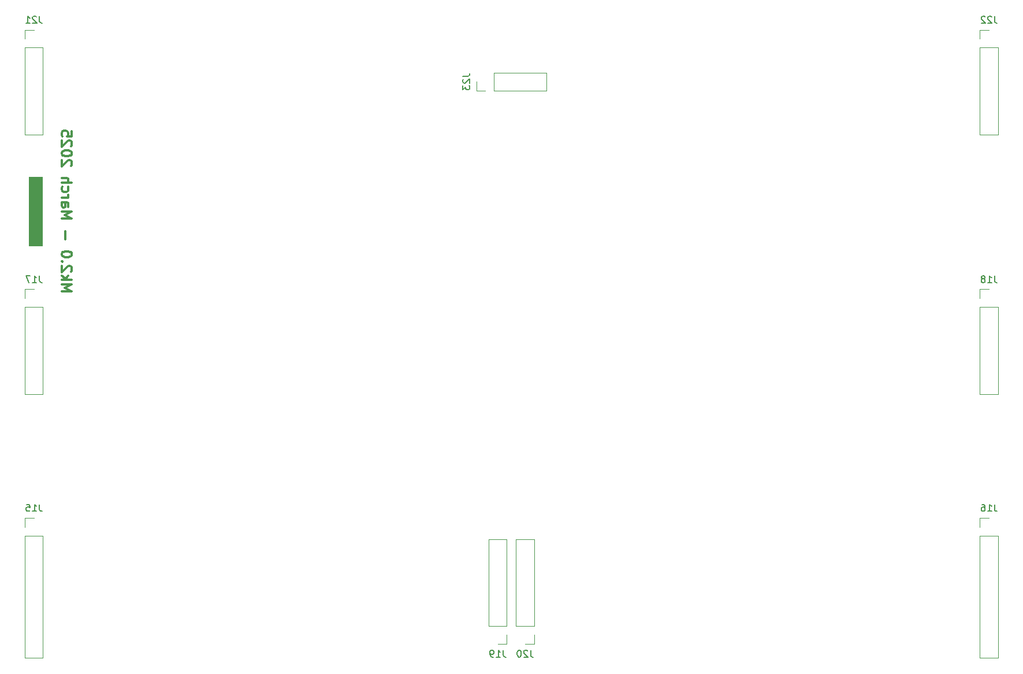
<source format=gbo>
%TF.GenerationSoftware,KiCad,Pcbnew,9.0.0*%
%TF.CreationDate,2025-03-15T21:37:14+01:00*%
%TF.ProjectId,DMH_Dual_VCF_Diode_Ladder_Mk2_PCB_2,444d485f-4475-4616-9c5f-5643465f4469,1*%
%TF.SameCoordinates,Original*%
%TF.FileFunction,Legend,Bot*%
%TF.FilePolarity,Positive*%
%FSLAX46Y46*%
G04 Gerber Fmt 4.6, Leading zero omitted, Abs format (unit mm)*
G04 Created by KiCad (PCBNEW 9.0.0) date 2025-03-15 21:37:14*
%MOMM*%
%LPD*%
G01*
G04 APERTURE LIST*
%ADD10C,0.100000*%
%ADD11C,0.300000*%
%ADD12C,0.150000*%
%ADD13C,0.120000*%
%ADD14O,1.600000X1.600000*%
%ADD15C,1.600000*%
%ADD16C,1.440000*%
%ADD17R,1.700000X1.700000*%
%ADD18O,1.700000X1.700000*%
%ADD19O,4.000000X4.200000*%
%ADD20C,1.800000*%
%ADD21R,1.800000X1.800000*%
%ADD22C,2.800000*%
%ADD23O,2.720000X3.240000*%
G04 APERTURE END LIST*
D10*
X29250000Y-76750000D02*
X31250000Y-76750000D01*
X31250000Y-86750000D01*
X29250000Y-86750000D01*
X29250000Y-76750000D01*
G36*
X29250000Y-76750000D02*
G01*
X31250000Y-76750000D01*
X31250000Y-86750000D01*
X29250000Y-86750000D01*
X29250000Y-76750000D01*
G37*
D11*
X34071671Y-93464284D02*
X35571671Y-93464284D01*
X35571671Y-93464284D02*
X34500242Y-92964284D01*
X34500242Y-92964284D02*
X35571671Y-92464284D01*
X35571671Y-92464284D02*
X34071671Y-92464284D01*
X34071671Y-91749998D02*
X35571671Y-91749998D01*
X34643100Y-91607141D02*
X34071671Y-91178569D01*
X35071671Y-91178569D02*
X34500242Y-91749998D01*
X35428814Y-90607140D02*
X35500242Y-90535712D01*
X35500242Y-90535712D02*
X35571671Y-90392855D01*
X35571671Y-90392855D02*
X35571671Y-90035712D01*
X35571671Y-90035712D02*
X35500242Y-89892855D01*
X35500242Y-89892855D02*
X35428814Y-89821426D01*
X35428814Y-89821426D02*
X35285957Y-89749997D01*
X35285957Y-89749997D02*
X35143100Y-89749997D01*
X35143100Y-89749997D02*
X34928814Y-89821426D01*
X34928814Y-89821426D02*
X34071671Y-90678569D01*
X34071671Y-90678569D02*
X34071671Y-89749997D01*
X34214528Y-89107141D02*
X34143100Y-89035712D01*
X34143100Y-89035712D02*
X34071671Y-89107141D01*
X34071671Y-89107141D02*
X34143100Y-89178569D01*
X34143100Y-89178569D02*
X34214528Y-89107141D01*
X34214528Y-89107141D02*
X34071671Y-89107141D01*
X35571671Y-88107140D02*
X35571671Y-87964283D01*
X35571671Y-87964283D02*
X35500242Y-87821426D01*
X35500242Y-87821426D02*
X35428814Y-87749998D01*
X35428814Y-87749998D02*
X35285957Y-87678569D01*
X35285957Y-87678569D02*
X35000242Y-87607140D01*
X35000242Y-87607140D02*
X34643100Y-87607140D01*
X34643100Y-87607140D02*
X34357385Y-87678569D01*
X34357385Y-87678569D02*
X34214528Y-87749998D01*
X34214528Y-87749998D02*
X34143100Y-87821426D01*
X34143100Y-87821426D02*
X34071671Y-87964283D01*
X34071671Y-87964283D02*
X34071671Y-88107140D01*
X34071671Y-88107140D02*
X34143100Y-88249998D01*
X34143100Y-88249998D02*
X34214528Y-88321426D01*
X34214528Y-88321426D02*
X34357385Y-88392855D01*
X34357385Y-88392855D02*
X34643100Y-88464283D01*
X34643100Y-88464283D02*
X35000242Y-88464283D01*
X35000242Y-88464283D02*
X35285957Y-88392855D01*
X35285957Y-88392855D02*
X35428814Y-88321426D01*
X35428814Y-88321426D02*
X35500242Y-88249998D01*
X35500242Y-88249998D02*
X35571671Y-88107140D01*
X34643100Y-85821427D02*
X34643100Y-84678570D01*
X34071671Y-82821427D02*
X35571671Y-82821427D01*
X35571671Y-82821427D02*
X34500242Y-82321427D01*
X34500242Y-82321427D02*
X35571671Y-81821427D01*
X35571671Y-81821427D02*
X34071671Y-81821427D01*
X34071671Y-80464284D02*
X34857385Y-80464284D01*
X34857385Y-80464284D02*
X35000242Y-80535712D01*
X35000242Y-80535712D02*
X35071671Y-80678569D01*
X35071671Y-80678569D02*
X35071671Y-80964284D01*
X35071671Y-80964284D02*
X35000242Y-81107141D01*
X34143100Y-80464284D02*
X34071671Y-80607141D01*
X34071671Y-80607141D02*
X34071671Y-80964284D01*
X34071671Y-80964284D02*
X34143100Y-81107141D01*
X34143100Y-81107141D02*
X34285957Y-81178569D01*
X34285957Y-81178569D02*
X34428814Y-81178569D01*
X34428814Y-81178569D02*
X34571671Y-81107141D01*
X34571671Y-81107141D02*
X34643100Y-80964284D01*
X34643100Y-80964284D02*
X34643100Y-80607141D01*
X34643100Y-80607141D02*
X34714528Y-80464284D01*
X34071671Y-79749998D02*
X35071671Y-79749998D01*
X34785957Y-79749998D02*
X34928814Y-79678569D01*
X34928814Y-79678569D02*
X35000242Y-79607141D01*
X35000242Y-79607141D02*
X35071671Y-79464283D01*
X35071671Y-79464283D02*
X35071671Y-79321426D01*
X34143100Y-78178570D02*
X34071671Y-78321427D01*
X34071671Y-78321427D02*
X34071671Y-78607141D01*
X34071671Y-78607141D02*
X34143100Y-78749998D01*
X34143100Y-78749998D02*
X34214528Y-78821427D01*
X34214528Y-78821427D02*
X34357385Y-78892855D01*
X34357385Y-78892855D02*
X34785957Y-78892855D01*
X34785957Y-78892855D02*
X34928814Y-78821427D01*
X34928814Y-78821427D02*
X35000242Y-78749998D01*
X35000242Y-78749998D02*
X35071671Y-78607141D01*
X35071671Y-78607141D02*
X35071671Y-78321427D01*
X35071671Y-78321427D02*
X35000242Y-78178570D01*
X34071671Y-77535713D02*
X35571671Y-77535713D01*
X34071671Y-76892856D02*
X34857385Y-76892856D01*
X34857385Y-76892856D02*
X35000242Y-76964284D01*
X35000242Y-76964284D02*
X35071671Y-77107141D01*
X35071671Y-77107141D02*
X35071671Y-77321427D01*
X35071671Y-77321427D02*
X35000242Y-77464284D01*
X35000242Y-77464284D02*
X34928814Y-77535713D01*
X35428814Y-75107141D02*
X35500242Y-75035713D01*
X35500242Y-75035713D02*
X35571671Y-74892856D01*
X35571671Y-74892856D02*
X35571671Y-74535713D01*
X35571671Y-74535713D02*
X35500242Y-74392856D01*
X35500242Y-74392856D02*
X35428814Y-74321427D01*
X35428814Y-74321427D02*
X35285957Y-74249998D01*
X35285957Y-74249998D02*
X35143100Y-74249998D01*
X35143100Y-74249998D02*
X34928814Y-74321427D01*
X34928814Y-74321427D02*
X34071671Y-75178570D01*
X34071671Y-75178570D02*
X34071671Y-74249998D01*
X35571671Y-73321427D02*
X35571671Y-73178570D01*
X35571671Y-73178570D02*
X35500242Y-73035713D01*
X35500242Y-73035713D02*
X35428814Y-72964285D01*
X35428814Y-72964285D02*
X35285957Y-72892856D01*
X35285957Y-72892856D02*
X35000242Y-72821427D01*
X35000242Y-72821427D02*
X34643100Y-72821427D01*
X34643100Y-72821427D02*
X34357385Y-72892856D01*
X34357385Y-72892856D02*
X34214528Y-72964285D01*
X34214528Y-72964285D02*
X34143100Y-73035713D01*
X34143100Y-73035713D02*
X34071671Y-73178570D01*
X34071671Y-73178570D02*
X34071671Y-73321427D01*
X34071671Y-73321427D02*
X34143100Y-73464285D01*
X34143100Y-73464285D02*
X34214528Y-73535713D01*
X34214528Y-73535713D02*
X34357385Y-73607142D01*
X34357385Y-73607142D02*
X34643100Y-73678570D01*
X34643100Y-73678570D02*
X35000242Y-73678570D01*
X35000242Y-73678570D02*
X35285957Y-73607142D01*
X35285957Y-73607142D02*
X35428814Y-73535713D01*
X35428814Y-73535713D02*
X35500242Y-73464285D01*
X35500242Y-73464285D02*
X35571671Y-73321427D01*
X35428814Y-72249999D02*
X35500242Y-72178571D01*
X35500242Y-72178571D02*
X35571671Y-72035714D01*
X35571671Y-72035714D02*
X35571671Y-71678571D01*
X35571671Y-71678571D02*
X35500242Y-71535714D01*
X35500242Y-71535714D02*
X35428814Y-71464285D01*
X35428814Y-71464285D02*
X35285957Y-71392856D01*
X35285957Y-71392856D02*
X35143100Y-71392856D01*
X35143100Y-71392856D02*
X34928814Y-71464285D01*
X34928814Y-71464285D02*
X34071671Y-72321428D01*
X34071671Y-72321428D02*
X34071671Y-71392856D01*
X35571671Y-70035714D02*
X35571671Y-70750000D01*
X35571671Y-70750000D02*
X34857385Y-70821428D01*
X34857385Y-70821428D02*
X34928814Y-70750000D01*
X34928814Y-70750000D02*
X35000242Y-70607143D01*
X35000242Y-70607143D02*
X35000242Y-70250000D01*
X35000242Y-70250000D02*
X34928814Y-70107143D01*
X34928814Y-70107143D02*
X34857385Y-70035714D01*
X34857385Y-70035714D02*
X34714528Y-69964285D01*
X34714528Y-69964285D02*
X34357385Y-69964285D01*
X34357385Y-69964285D02*
X34214528Y-70035714D01*
X34214528Y-70035714D02*
X34143100Y-70107143D01*
X34143100Y-70107143D02*
X34071671Y-70250000D01*
X34071671Y-70250000D02*
X34071671Y-70607143D01*
X34071671Y-70607143D02*
X34143100Y-70750000D01*
X34143100Y-70750000D02*
X34214528Y-70821428D01*
D12*
X102809523Y-146024819D02*
X102809523Y-146739104D01*
X102809523Y-146739104D02*
X102857142Y-146881961D01*
X102857142Y-146881961D02*
X102952380Y-146977200D01*
X102952380Y-146977200D02*
X103095237Y-147024819D01*
X103095237Y-147024819D02*
X103190475Y-147024819D01*
X102380951Y-146120057D02*
X102333332Y-146072438D01*
X102333332Y-146072438D02*
X102238094Y-146024819D01*
X102238094Y-146024819D02*
X101999999Y-146024819D01*
X101999999Y-146024819D02*
X101904761Y-146072438D01*
X101904761Y-146072438D02*
X101857142Y-146120057D01*
X101857142Y-146120057D02*
X101809523Y-146215295D01*
X101809523Y-146215295D02*
X101809523Y-146310533D01*
X101809523Y-146310533D02*
X101857142Y-146453390D01*
X101857142Y-146453390D02*
X102428570Y-147024819D01*
X102428570Y-147024819D02*
X101809523Y-147024819D01*
X101190475Y-146024819D02*
X101095237Y-146024819D01*
X101095237Y-146024819D02*
X100999999Y-146072438D01*
X100999999Y-146072438D02*
X100952380Y-146120057D01*
X100952380Y-146120057D02*
X100904761Y-146215295D01*
X100904761Y-146215295D02*
X100857142Y-146405771D01*
X100857142Y-146405771D02*
X100857142Y-146643866D01*
X100857142Y-146643866D02*
X100904761Y-146834342D01*
X100904761Y-146834342D02*
X100952380Y-146929580D01*
X100952380Y-146929580D02*
X100999999Y-146977200D01*
X100999999Y-146977200D02*
X101095237Y-147024819D01*
X101095237Y-147024819D02*
X101190475Y-147024819D01*
X101190475Y-147024819D02*
X101285713Y-146977200D01*
X101285713Y-146977200D02*
X101333332Y-146929580D01*
X101333332Y-146929580D02*
X101380951Y-146834342D01*
X101380951Y-146834342D02*
X101428570Y-146643866D01*
X101428570Y-146643866D02*
X101428570Y-146405771D01*
X101428570Y-146405771D02*
X101380951Y-146215295D01*
X101380951Y-146215295D02*
X101333332Y-146120057D01*
X101333332Y-146120057D02*
X101285713Y-146072438D01*
X101285713Y-146072438D02*
X101190475Y-146024819D01*
X98809523Y-146024819D02*
X98809523Y-146739104D01*
X98809523Y-146739104D02*
X98857142Y-146881961D01*
X98857142Y-146881961D02*
X98952380Y-146977200D01*
X98952380Y-146977200D02*
X99095237Y-147024819D01*
X99095237Y-147024819D02*
X99190475Y-147024819D01*
X97809523Y-147024819D02*
X98380951Y-147024819D01*
X98095237Y-147024819D02*
X98095237Y-146024819D01*
X98095237Y-146024819D02*
X98190475Y-146167676D01*
X98190475Y-146167676D02*
X98285713Y-146262914D01*
X98285713Y-146262914D02*
X98380951Y-146310533D01*
X97333332Y-147024819D02*
X97142856Y-147024819D01*
X97142856Y-147024819D02*
X97047618Y-146977200D01*
X97047618Y-146977200D02*
X96999999Y-146929580D01*
X96999999Y-146929580D02*
X96904761Y-146786723D01*
X96904761Y-146786723D02*
X96857142Y-146596247D01*
X96857142Y-146596247D02*
X96857142Y-146215295D01*
X96857142Y-146215295D02*
X96904761Y-146120057D01*
X96904761Y-146120057D02*
X96952380Y-146072438D01*
X96952380Y-146072438D02*
X97047618Y-146024819D01*
X97047618Y-146024819D02*
X97238094Y-146024819D01*
X97238094Y-146024819D02*
X97333332Y-146072438D01*
X97333332Y-146072438D02*
X97380951Y-146120057D01*
X97380951Y-146120057D02*
X97428570Y-146215295D01*
X97428570Y-146215295D02*
X97428570Y-146453390D01*
X97428570Y-146453390D02*
X97380951Y-146548628D01*
X97380951Y-146548628D02*
X97333332Y-146596247D01*
X97333332Y-146596247D02*
X97238094Y-146643866D01*
X97238094Y-146643866D02*
X97047618Y-146643866D01*
X97047618Y-146643866D02*
X96952380Y-146596247D01*
X96952380Y-146596247D02*
X96904761Y-146548628D01*
X96904761Y-146548628D02*
X96857142Y-146453390D01*
X170809523Y-91184819D02*
X170809523Y-91899104D01*
X170809523Y-91899104D02*
X170857142Y-92041961D01*
X170857142Y-92041961D02*
X170952380Y-92137200D01*
X170952380Y-92137200D02*
X171095237Y-92184819D01*
X171095237Y-92184819D02*
X171190475Y-92184819D01*
X169809523Y-92184819D02*
X170380951Y-92184819D01*
X170095237Y-92184819D02*
X170095237Y-91184819D01*
X170095237Y-91184819D02*
X170190475Y-91327676D01*
X170190475Y-91327676D02*
X170285713Y-91422914D01*
X170285713Y-91422914D02*
X170380951Y-91470533D01*
X169238094Y-91613390D02*
X169333332Y-91565771D01*
X169333332Y-91565771D02*
X169380951Y-91518152D01*
X169380951Y-91518152D02*
X169428570Y-91422914D01*
X169428570Y-91422914D02*
X169428570Y-91375295D01*
X169428570Y-91375295D02*
X169380951Y-91280057D01*
X169380951Y-91280057D02*
X169333332Y-91232438D01*
X169333332Y-91232438D02*
X169238094Y-91184819D01*
X169238094Y-91184819D02*
X169047618Y-91184819D01*
X169047618Y-91184819D02*
X168952380Y-91232438D01*
X168952380Y-91232438D02*
X168904761Y-91280057D01*
X168904761Y-91280057D02*
X168857142Y-91375295D01*
X168857142Y-91375295D02*
X168857142Y-91422914D01*
X168857142Y-91422914D02*
X168904761Y-91518152D01*
X168904761Y-91518152D02*
X168952380Y-91565771D01*
X168952380Y-91565771D02*
X169047618Y-91613390D01*
X169047618Y-91613390D02*
X169238094Y-91613390D01*
X169238094Y-91613390D02*
X169333332Y-91661009D01*
X169333332Y-91661009D02*
X169380951Y-91708628D01*
X169380951Y-91708628D02*
X169428570Y-91803866D01*
X169428570Y-91803866D02*
X169428570Y-91994342D01*
X169428570Y-91994342D02*
X169380951Y-92089580D01*
X169380951Y-92089580D02*
X169333332Y-92137200D01*
X169333332Y-92137200D02*
X169238094Y-92184819D01*
X169238094Y-92184819D02*
X169047618Y-92184819D01*
X169047618Y-92184819D02*
X168952380Y-92137200D01*
X168952380Y-92137200D02*
X168904761Y-92089580D01*
X168904761Y-92089580D02*
X168857142Y-91994342D01*
X168857142Y-91994342D02*
X168857142Y-91803866D01*
X168857142Y-91803866D02*
X168904761Y-91708628D01*
X168904761Y-91708628D02*
X168952380Y-91661009D01*
X168952380Y-91661009D02*
X169047618Y-91613390D01*
X170809523Y-124684819D02*
X170809523Y-125399104D01*
X170809523Y-125399104D02*
X170857142Y-125541961D01*
X170857142Y-125541961D02*
X170952380Y-125637200D01*
X170952380Y-125637200D02*
X171095237Y-125684819D01*
X171095237Y-125684819D02*
X171190475Y-125684819D01*
X169809523Y-125684819D02*
X170380951Y-125684819D01*
X170095237Y-125684819D02*
X170095237Y-124684819D01*
X170095237Y-124684819D02*
X170190475Y-124827676D01*
X170190475Y-124827676D02*
X170285713Y-124922914D01*
X170285713Y-124922914D02*
X170380951Y-124970533D01*
X168952380Y-124684819D02*
X169142856Y-124684819D01*
X169142856Y-124684819D02*
X169238094Y-124732438D01*
X169238094Y-124732438D02*
X169285713Y-124780057D01*
X169285713Y-124780057D02*
X169380951Y-124922914D01*
X169380951Y-124922914D02*
X169428570Y-125113390D01*
X169428570Y-125113390D02*
X169428570Y-125494342D01*
X169428570Y-125494342D02*
X169380951Y-125589580D01*
X169380951Y-125589580D02*
X169333332Y-125637200D01*
X169333332Y-125637200D02*
X169238094Y-125684819D01*
X169238094Y-125684819D02*
X169047618Y-125684819D01*
X169047618Y-125684819D02*
X168952380Y-125637200D01*
X168952380Y-125637200D02*
X168904761Y-125589580D01*
X168904761Y-125589580D02*
X168857142Y-125494342D01*
X168857142Y-125494342D02*
X168857142Y-125256247D01*
X168857142Y-125256247D02*
X168904761Y-125161009D01*
X168904761Y-125161009D02*
X168952380Y-125113390D01*
X168952380Y-125113390D02*
X169047618Y-125065771D01*
X169047618Y-125065771D02*
X169238094Y-125065771D01*
X169238094Y-125065771D02*
X169333332Y-125113390D01*
X169333332Y-125113390D02*
X169380951Y-125161009D01*
X169380951Y-125161009D02*
X169428570Y-125256247D01*
X92884819Y-61965476D02*
X93599104Y-61965476D01*
X93599104Y-61965476D02*
X93741961Y-61917857D01*
X93741961Y-61917857D02*
X93837200Y-61822619D01*
X93837200Y-61822619D02*
X93884819Y-61679762D01*
X93884819Y-61679762D02*
X93884819Y-61584524D01*
X92980057Y-62394048D02*
X92932438Y-62441667D01*
X92932438Y-62441667D02*
X92884819Y-62536905D01*
X92884819Y-62536905D02*
X92884819Y-62775000D01*
X92884819Y-62775000D02*
X92932438Y-62870238D01*
X92932438Y-62870238D02*
X92980057Y-62917857D01*
X92980057Y-62917857D02*
X93075295Y-62965476D01*
X93075295Y-62965476D02*
X93170533Y-62965476D01*
X93170533Y-62965476D02*
X93313390Y-62917857D01*
X93313390Y-62917857D02*
X93884819Y-62346429D01*
X93884819Y-62346429D02*
X93884819Y-62965476D01*
X92884819Y-63298810D02*
X92884819Y-63917857D01*
X92884819Y-63917857D02*
X93265771Y-63584524D01*
X93265771Y-63584524D02*
X93265771Y-63727381D01*
X93265771Y-63727381D02*
X93313390Y-63822619D01*
X93313390Y-63822619D02*
X93361009Y-63870238D01*
X93361009Y-63870238D02*
X93456247Y-63917857D01*
X93456247Y-63917857D02*
X93694342Y-63917857D01*
X93694342Y-63917857D02*
X93789580Y-63870238D01*
X93789580Y-63870238D02*
X93837200Y-63822619D01*
X93837200Y-63822619D02*
X93884819Y-63727381D01*
X93884819Y-63727381D02*
X93884819Y-63441667D01*
X93884819Y-63441667D02*
X93837200Y-63346429D01*
X93837200Y-63346429D02*
X93789580Y-63298810D01*
X30809523Y-124684819D02*
X30809523Y-125399104D01*
X30809523Y-125399104D02*
X30857142Y-125541961D01*
X30857142Y-125541961D02*
X30952380Y-125637200D01*
X30952380Y-125637200D02*
X31095237Y-125684819D01*
X31095237Y-125684819D02*
X31190475Y-125684819D01*
X29809523Y-125684819D02*
X30380951Y-125684819D01*
X30095237Y-125684819D02*
X30095237Y-124684819D01*
X30095237Y-124684819D02*
X30190475Y-124827676D01*
X30190475Y-124827676D02*
X30285713Y-124922914D01*
X30285713Y-124922914D02*
X30380951Y-124970533D01*
X28904761Y-124684819D02*
X29380951Y-124684819D01*
X29380951Y-124684819D02*
X29428570Y-125161009D01*
X29428570Y-125161009D02*
X29380951Y-125113390D01*
X29380951Y-125113390D02*
X29285713Y-125065771D01*
X29285713Y-125065771D02*
X29047618Y-125065771D01*
X29047618Y-125065771D02*
X28952380Y-125113390D01*
X28952380Y-125113390D02*
X28904761Y-125161009D01*
X28904761Y-125161009D02*
X28857142Y-125256247D01*
X28857142Y-125256247D02*
X28857142Y-125494342D01*
X28857142Y-125494342D02*
X28904761Y-125589580D01*
X28904761Y-125589580D02*
X28952380Y-125637200D01*
X28952380Y-125637200D02*
X29047618Y-125684819D01*
X29047618Y-125684819D02*
X29285713Y-125684819D01*
X29285713Y-125684819D02*
X29380951Y-125637200D01*
X29380951Y-125637200D02*
X29428570Y-125589580D01*
X170809523Y-53184819D02*
X170809523Y-53899104D01*
X170809523Y-53899104D02*
X170857142Y-54041961D01*
X170857142Y-54041961D02*
X170952380Y-54137200D01*
X170952380Y-54137200D02*
X171095237Y-54184819D01*
X171095237Y-54184819D02*
X171190475Y-54184819D01*
X170380951Y-53280057D02*
X170333332Y-53232438D01*
X170333332Y-53232438D02*
X170238094Y-53184819D01*
X170238094Y-53184819D02*
X169999999Y-53184819D01*
X169999999Y-53184819D02*
X169904761Y-53232438D01*
X169904761Y-53232438D02*
X169857142Y-53280057D01*
X169857142Y-53280057D02*
X169809523Y-53375295D01*
X169809523Y-53375295D02*
X169809523Y-53470533D01*
X169809523Y-53470533D02*
X169857142Y-53613390D01*
X169857142Y-53613390D02*
X170428570Y-54184819D01*
X170428570Y-54184819D02*
X169809523Y-54184819D01*
X169428570Y-53280057D02*
X169380951Y-53232438D01*
X169380951Y-53232438D02*
X169285713Y-53184819D01*
X169285713Y-53184819D02*
X169047618Y-53184819D01*
X169047618Y-53184819D02*
X168952380Y-53232438D01*
X168952380Y-53232438D02*
X168904761Y-53280057D01*
X168904761Y-53280057D02*
X168857142Y-53375295D01*
X168857142Y-53375295D02*
X168857142Y-53470533D01*
X168857142Y-53470533D02*
X168904761Y-53613390D01*
X168904761Y-53613390D02*
X169476189Y-54184819D01*
X169476189Y-54184819D02*
X168857142Y-54184819D01*
X30809523Y-53184819D02*
X30809523Y-53899104D01*
X30809523Y-53899104D02*
X30857142Y-54041961D01*
X30857142Y-54041961D02*
X30952380Y-54137200D01*
X30952380Y-54137200D02*
X31095237Y-54184819D01*
X31095237Y-54184819D02*
X31190475Y-54184819D01*
X30380951Y-53280057D02*
X30333332Y-53232438D01*
X30333332Y-53232438D02*
X30238094Y-53184819D01*
X30238094Y-53184819D02*
X29999999Y-53184819D01*
X29999999Y-53184819D02*
X29904761Y-53232438D01*
X29904761Y-53232438D02*
X29857142Y-53280057D01*
X29857142Y-53280057D02*
X29809523Y-53375295D01*
X29809523Y-53375295D02*
X29809523Y-53470533D01*
X29809523Y-53470533D02*
X29857142Y-53613390D01*
X29857142Y-53613390D02*
X30428570Y-54184819D01*
X30428570Y-54184819D02*
X29809523Y-54184819D01*
X28857142Y-54184819D02*
X29428570Y-54184819D01*
X29142856Y-54184819D02*
X29142856Y-53184819D01*
X29142856Y-53184819D02*
X29238094Y-53327676D01*
X29238094Y-53327676D02*
X29333332Y-53422914D01*
X29333332Y-53422914D02*
X29428570Y-53470533D01*
X30809523Y-91184819D02*
X30809523Y-91899104D01*
X30809523Y-91899104D02*
X30857142Y-92041961D01*
X30857142Y-92041961D02*
X30952380Y-92137200D01*
X30952380Y-92137200D02*
X31095237Y-92184819D01*
X31095237Y-92184819D02*
X31190475Y-92184819D01*
X29809523Y-92184819D02*
X30380951Y-92184819D01*
X30095237Y-92184819D02*
X30095237Y-91184819D01*
X30095237Y-91184819D02*
X30190475Y-91327676D01*
X30190475Y-91327676D02*
X30285713Y-91422914D01*
X30285713Y-91422914D02*
X30380951Y-91470533D01*
X29476189Y-91184819D02*
X28809523Y-91184819D01*
X28809523Y-91184819D02*
X29238094Y-92184819D01*
D13*
%TO.C,J20*%
X100670000Y-142530000D02*
X100670000Y-129770000D01*
X100670000Y-142530000D02*
X103330000Y-142530000D01*
X100670000Y-129770000D02*
X103330000Y-129770000D01*
X102000000Y-145130000D02*
X103330000Y-145130000D01*
X103330000Y-145130000D02*
X103330000Y-143800000D01*
X103330000Y-142530000D02*
X103330000Y-129770000D01*
%TO.C,J19*%
X96670000Y-142530000D02*
X96670000Y-129770000D01*
X96670000Y-142530000D02*
X99330000Y-142530000D01*
X96670000Y-129770000D02*
X99330000Y-129770000D01*
X98000000Y-145130000D02*
X99330000Y-145130000D01*
X99330000Y-145130000D02*
X99330000Y-143800000D01*
X99330000Y-142530000D02*
X99330000Y-129770000D01*
%TO.C,J18*%
X168670000Y-93170000D02*
X170000000Y-93170000D01*
X168670000Y-94500000D02*
X168670000Y-93170000D01*
X168670000Y-95770000D02*
X171330000Y-95770000D01*
X168670000Y-108530000D02*
X168670000Y-95770000D01*
X168670000Y-108530000D02*
X171330000Y-108530000D01*
X171330000Y-108530000D02*
X171330000Y-95770000D01*
%TO.C,J16*%
X168670000Y-126670000D02*
X170000000Y-126670000D01*
X168670000Y-128000000D02*
X168670000Y-126670000D01*
X168670000Y-129270000D02*
X171330000Y-129270000D01*
X168670000Y-147110000D02*
X168670000Y-129270000D01*
X168670000Y-147110000D02*
X171330000Y-147110000D01*
X171330000Y-147110000D02*
X171330000Y-129270000D01*
%TO.C,J23*%
X94870000Y-64105000D02*
X94870000Y-62775000D01*
X96200000Y-64105000D02*
X94870000Y-64105000D01*
X97470000Y-64105000D02*
X97470000Y-61445000D01*
X105150000Y-61445000D02*
X97470000Y-61445000D01*
X105150000Y-64105000D02*
X97470000Y-64105000D01*
X105150000Y-64105000D02*
X105150000Y-61445000D01*
%TO.C,J15*%
X28670000Y-126670000D02*
X30000000Y-126670000D01*
X28670000Y-128000000D02*
X28670000Y-126670000D01*
X28670000Y-129270000D02*
X31330000Y-129270000D01*
X28670000Y-147110000D02*
X28670000Y-129270000D01*
X28670000Y-147110000D02*
X31330000Y-147110000D01*
X31330000Y-147110000D02*
X31330000Y-129270000D01*
%TO.C,J22*%
X168670000Y-55170000D02*
X170000000Y-55170000D01*
X168670000Y-56500000D02*
X168670000Y-55170000D01*
X168670000Y-57770000D02*
X171330000Y-57770000D01*
X168670000Y-70530000D02*
X168670000Y-57770000D01*
X168670000Y-70530000D02*
X171330000Y-70530000D01*
X171330000Y-70530000D02*
X171330000Y-57770000D01*
%TO.C,J21*%
X28670000Y-55170000D02*
X30000000Y-55170000D01*
X28670000Y-56500000D02*
X28670000Y-55170000D01*
X28670000Y-57770000D02*
X31330000Y-57770000D01*
X28670000Y-70530000D02*
X28670000Y-57770000D01*
X28670000Y-70530000D02*
X31330000Y-70530000D01*
X31330000Y-70530000D02*
X31330000Y-57770000D01*
%TO.C,J17*%
X28670000Y-93170000D02*
X30000000Y-93170000D01*
X28670000Y-94500000D02*
X28670000Y-93170000D01*
X28670000Y-95770000D02*
X31330000Y-95770000D01*
X28670000Y-108530000D02*
X28670000Y-95770000D01*
X28670000Y-108530000D02*
X31330000Y-108530000D01*
X31330000Y-108530000D02*
X31330000Y-95770000D01*
%TD*%
%LPC*%
D14*
%TO.C,R14*%
X71810000Y-93750000D03*
D15*
X64190000Y-93750000D03*
%TD*%
D16*
%TO.C,RV31*%
X150710000Y-152150000D03*
X153250000Y-152150000D03*
X155790000Y-152150000D03*
%TD*%
%TO.C,RV19*%
X51710000Y-152150000D03*
X54250000Y-152150000D03*
X56790000Y-152150000D03*
%TD*%
%TO.C,RV15*%
X141960000Y-123900000D03*
X144500000Y-123900000D03*
X147040000Y-123900000D03*
%TD*%
%TO.C,RV13*%
X59950000Y-123900000D03*
X62490000Y-123900000D03*
X65030000Y-123900000D03*
%TD*%
D15*
%TO.C,R141*%
X91190000Y-86750000D03*
D14*
X98810000Y-86750000D03*
%TD*%
D15*
%TO.C,R140*%
X87500000Y-63810000D03*
D14*
X87500000Y-56190000D03*
%TD*%
D15*
%TO.C,R139*%
X101190000Y-86750000D03*
D14*
X108810000Y-86750000D03*
%TD*%
D15*
%TO.C,R138*%
X96190000Y-54250000D03*
D14*
X103810000Y-54250000D03*
%TD*%
D15*
%TO.C,R137*%
X121190000Y-62500000D03*
D14*
X128810000Y-62500000D03*
%TD*%
D15*
%TO.C,R136*%
X121190000Y-57500000D03*
D14*
X128810000Y-57500000D03*
%TD*%
D15*
%TO.C,R135*%
X71190000Y-62500000D03*
D14*
X78810000Y-62500000D03*
%TD*%
D15*
%TO.C,R96*%
X78810000Y-57500000D03*
D14*
X71190000Y-57500000D03*
%TD*%
D15*
%TO.C,R58*%
X140690000Y-117750000D03*
D14*
X148310000Y-117750000D03*
%TD*%
D15*
%TO.C,R40*%
X58690000Y-117750000D03*
D14*
X66310000Y-117750000D03*
%TD*%
D17*
%TO.C,J20*%
X102000000Y-143800000D03*
D18*
X102000000Y-141260000D03*
X102000000Y-138720000D03*
X102000000Y-136180000D03*
X102000000Y-133640000D03*
X102000000Y-131100000D03*
%TD*%
D17*
%TO.C,J19*%
X98000000Y-143800000D03*
D18*
X98000000Y-141260000D03*
X98000000Y-138720000D03*
X98000000Y-136180000D03*
X98000000Y-133640000D03*
X98000000Y-131100000D03*
%TD*%
D19*
%TO.C,RV25*%
X56950000Y-166000000D03*
D20*
X66500000Y-177000000D03*
D19*
X68550000Y-166000000D03*
D21*
X59000000Y-177000000D03*
D20*
X61500000Y-177000000D03*
X64000000Y-177000000D03*
%TD*%
D21*
%TO.C,D4*%
X66730000Y-88000000D03*
D20*
X69270000Y-88000000D03*
%TD*%
D19*
%TO.C,RV9*%
X153200000Y-134000000D03*
D20*
X162750000Y-145000000D03*
D19*
X164800000Y-134000000D03*
D21*
X155250000Y-145000000D03*
D20*
X157750000Y-145000000D03*
X160250000Y-145000000D03*
%TD*%
D22*
%TO.C,SW4*%
X136000000Y-144700000D03*
X136000000Y-140000000D03*
X136000000Y-135300000D03*
%TD*%
D19*
%TO.C,RV11*%
X156200000Y-166000000D03*
D20*
X165750000Y-177000000D03*
D19*
X167800000Y-166000000D03*
D21*
X158250000Y-177000000D03*
D20*
X160750000Y-177000000D03*
X163250000Y-177000000D03*
%TD*%
D23*
%TO.C,RV7*%
X146200000Y-61000000D03*
X155800000Y-61000000D03*
D21*
X148500000Y-68500000D03*
D20*
X151000000Y-68500000D03*
X153500000Y-68500000D03*
%TD*%
D23*
%TO.C,RV18*%
X75200000Y-111000000D03*
X84800000Y-111000000D03*
D21*
X77500000Y-118500000D03*
D20*
X80000000Y-118500000D03*
X82500000Y-118500000D03*
%TD*%
D23*
%TO.C,RV27*%
X40200000Y-99000000D03*
X49800000Y-99000000D03*
D21*
X42500000Y-106500000D03*
D20*
X45000000Y-106500000D03*
X47500000Y-106500000D03*
%TD*%
D22*
%TO.C,SW1*%
X64000000Y-144700000D03*
X64000000Y-140000000D03*
X64000000Y-135300000D03*
%TD*%
D21*
%TO.C,D5*%
X130730000Y-88000000D03*
D20*
X133270000Y-88000000D03*
%TD*%
D22*
%TO.C,SW6*%
X108000000Y-144700000D03*
X108000000Y-140000000D03*
X108000000Y-135300000D03*
%TD*%
D19*
%TO.C,RV20*%
X106700000Y-166000000D03*
D20*
X116250000Y-177000000D03*
D19*
X118300000Y-166000000D03*
D21*
X108750000Y-177000000D03*
D20*
X111250000Y-177000000D03*
X113750000Y-177000000D03*
%TD*%
D23*
%TO.C,RV22*%
X115200000Y-111000000D03*
X124800000Y-111000000D03*
D21*
X117500000Y-118500000D03*
D20*
X120000000Y-118500000D03*
X122500000Y-118500000D03*
%TD*%
D22*
%TO.C,SW5*%
X122000000Y-144700000D03*
X122000000Y-140000000D03*
X122000000Y-135300000D03*
%TD*%
%TO.C,SW3*%
X92000000Y-144700000D03*
X92000000Y-140000000D03*
X92000000Y-135300000D03*
%TD*%
D19*
%TO.C,RV16*%
X81700000Y-166000000D03*
D20*
X91250000Y-177000000D03*
D19*
X93300000Y-166000000D03*
D21*
X83750000Y-177000000D03*
D20*
X86250000Y-177000000D03*
X88750000Y-177000000D03*
%TD*%
D19*
%TO.C,RV28*%
X131450000Y-166000000D03*
D20*
X141000000Y-177000000D03*
D19*
X143050000Y-166000000D03*
D21*
X133500000Y-177000000D03*
D20*
X136000000Y-177000000D03*
X138500000Y-177000000D03*
%TD*%
D21*
%TO.C,D3*%
X98730000Y-103000000D03*
D20*
X101270000Y-103000000D03*
%TD*%
D22*
%TO.C,SW8*%
X97587000Y-194950000D03*
X97587000Y-190250000D03*
X97587000Y-185550000D03*
X102413000Y-194950000D03*
X102413000Y-190250000D03*
X102413000Y-185550000D03*
%TD*%
%TO.C,SW2*%
X78000000Y-144700000D03*
X78000000Y-140000000D03*
X78000000Y-135300000D03*
%TD*%
D23*
%TO.C,RV30*%
X150200000Y-99000000D03*
X159800000Y-99000000D03*
D21*
X152500000Y-106500000D03*
D20*
X155000000Y-106500000D03*
X157500000Y-106500000D03*
%TD*%
D19*
%TO.C,RV3*%
X35200000Y-134000000D03*
D20*
X44750000Y-145000000D03*
D19*
X46800000Y-134000000D03*
D21*
X37250000Y-145000000D03*
D20*
X39750000Y-145000000D03*
X42250000Y-145000000D03*
%TD*%
D22*
%TO.C,SW7*%
X83000000Y-194950000D03*
X83000000Y-190250000D03*
X83000000Y-185550000D03*
%TD*%
D23*
%TO.C,RV6*%
X95250000Y-70000000D03*
X104750000Y-70000000D03*
D21*
X97500000Y-77500000D03*
D20*
X100000000Y-77500000D03*
X102500000Y-77500000D03*
X97500000Y-80000000D03*
X100000000Y-80000000D03*
X102500000Y-80000000D03*
%TD*%
D19*
%TO.C,RV5*%
X32200000Y-166000000D03*
D20*
X41750000Y-177000000D03*
D19*
X43800000Y-166000000D03*
D21*
X34250000Y-177000000D03*
D20*
X36750000Y-177000000D03*
X39250000Y-177000000D03*
%TD*%
D23*
%TO.C,RV1*%
X44200000Y-61000000D03*
X53800000Y-61000000D03*
D21*
X46500000Y-68500000D03*
D20*
X49000000Y-68500000D03*
X51500000Y-68500000D03*
%TD*%
D22*
%TO.C,SW10*%
X97587000Y-213450000D03*
X97587000Y-208750000D03*
X97587000Y-204050000D03*
X102413000Y-213450000D03*
X102413000Y-208750000D03*
X102413000Y-204050000D03*
%TD*%
%TO.C,SW9*%
X117000000Y-194950000D03*
X117000000Y-190250000D03*
X117000000Y-185550000D03*
%TD*%
D15*
%TO.C,R12*%
X96190000Y-57500000D03*
D14*
X103810000Y-57500000D03*
%TD*%
D15*
%TO.C,R132*%
X112500000Y-63810000D03*
D14*
X112500000Y-56190000D03*
%TD*%
D15*
%TO.C,R24*%
X155190000Y-119250000D03*
D14*
X162810000Y-119250000D03*
%TD*%
D17*
%TO.C,J18*%
X170000000Y-94500000D03*
D18*
X170000000Y-97040000D03*
X170000000Y-99580000D03*
X170000000Y-102120000D03*
X170000000Y-104660000D03*
X170000000Y-107200000D03*
%TD*%
D17*
%TO.C,J16*%
X170000000Y-128000000D03*
D18*
X170000000Y-130540000D03*
X170000000Y-133080000D03*
X170000000Y-135620000D03*
X170000000Y-138160000D03*
X170000000Y-140700000D03*
X170000000Y-143240000D03*
X170000000Y-145780000D03*
%TD*%
D17*
%TO.C,J23*%
X96200000Y-62775000D03*
D18*
X98740000Y-62775000D03*
X101280000Y-62775000D03*
X103820000Y-62775000D03*
%TD*%
D15*
%TO.C,R1*%
X52810000Y-54000000D03*
D14*
X45190000Y-54000000D03*
%TD*%
D15*
%TO.C,R11*%
X90250000Y-74190000D03*
D14*
X90250000Y-81810000D03*
%TD*%
D15*
%TO.C,R13*%
X96190000Y-108750000D03*
D14*
X103810000Y-108750000D03*
%TD*%
D15*
%TO.C,R10*%
X37190000Y-119250000D03*
D14*
X44810000Y-119250000D03*
%TD*%
D15*
%TO.C,R80*%
X116190000Y-104000000D03*
D14*
X123810000Y-104000000D03*
%TD*%
D15*
%TO.C,R17*%
X142750000Y-68560000D03*
D14*
X142750000Y-60940000D03*
%TD*%
D15*
%TO.C,R23*%
X162810000Y-114500000D03*
D14*
X155190000Y-114500000D03*
%TD*%
D15*
%TO.C,R111*%
X41190000Y-92000000D03*
D14*
X48810000Y-92000000D03*
%TD*%
D15*
%TO.C,R76*%
X76190000Y-104000000D03*
D14*
X83810000Y-104000000D03*
%TD*%
D15*
%TO.C,R128*%
X158810000Y-92000000D03*
D14*
X151190000Y-92000000D03*
%TD*%
D17*
%TO.C,J15*%
X30000000Y-128000000D03*
D18*
X30000000Y-130540000D03*
X30000000Y-133080000D03*
X30000000Y-135620000D03*
X30000000Y-138160000D03*
X30000000Y-140700000D03*
X30000000Y-143240000D03*
X30000000Y-145780000D03*
%TD*%
D15*
%TO.C,R8*%
X37190000Y-114500000D03*
D14*
X44810000Y-114500000D03*
%TD*%
D17*
%TO.C,J22*%
X170000000Y-56500000D03*
D18*
X170000000Y-59040000D03*
X170000000Y-61580000D03*
X170000000Y-64120000D03*
X170000000Y-66660000D03*
X170000000Y-69200000D03*
%TD*%
D17*
%TO.C,J21*%
X30000000Y-56500000D03*
D18*
X30000000Y-59040000D03*
X30000000Y-61580000D03*
X30000000Y-64120000D03*
X30000000Y-66660000D03*
X30000000Y-69200000D03*
%TD*%
D15*
%TO.C,R15*%
X128190000Y-93750000D03*
D14*
X135810000Y-93750000D03*
%TD*%
D15*
%TO.C,R131*%
X109750000Y-74190000D03*
D14*
X109750000Y-81810000D03*
%TD*%
D15*
%TO.C,R2*%
X57250000Y-68560000D03*
D14*
X57250000Y-60940000D03*
%TD*%
D15*
%TO.C,R16*%
X147190000Y-54000000D03*
D14*
X154810000Y-54000000D03*
%TD*%
D17*
%TO.C,J17*%
X30000000Y-94500000D03*
D18*
X30000000Y-97040000D03*
X30000000Y-99580000D03*
X30000000Y-102120000D03*
X30000000Y-104660000D03*
X30000000Y-107200000D03*
%TD*%
%LPD*%
M02*

</source>
